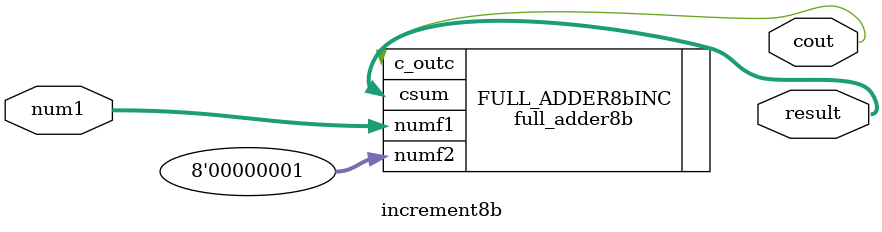
<source format=v>
`timescale 1ps/1ps
`include "adder.v"

module increment8b(output wire[7:0] result, output wire cout, input wire[7:0] num1);
  full_adder8b FULL_ADDER8bINC(.csum(result), .c_outc(cout), .numf1(num1), .numf2(8'b00000001));
endmodule

</source>
